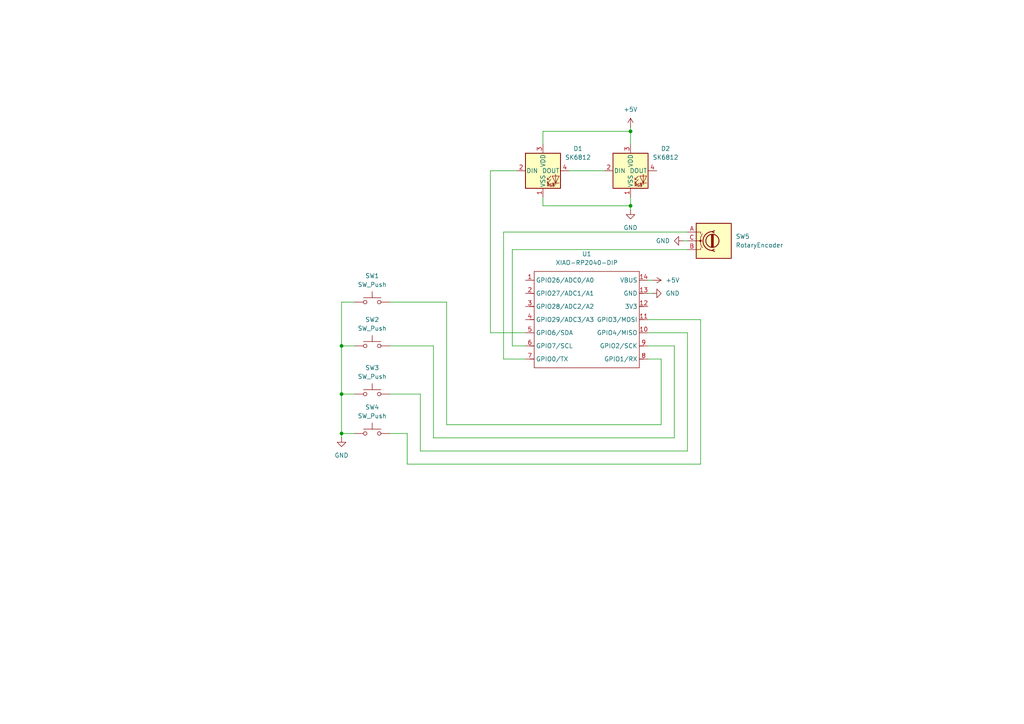
<source format=kicad_sch>
(kicad_sch
	(version 20250114)
	(generator "eeschema")
	(generator_version "9.0")
	(uuid "5005b5cc-8067-44c4-8331-0ea26270c2ac")
	(paper "A4")
	(lib_symbols
		(symbol "Device:RotaryEncoder"
			(pin_names
				(offset 0.254)
				(hide yes)
			)
			(exclude_from_sim no)
			(in_bom yes)
			(on_board yes)
			(property "Reference" "SW"
				(at 0 6.604 0)
				(effects
					(font
						(size 1.27 1.27)
					)
				)
			)
			(property "Value" "RotaryEncoder"
				(at 0 -6.604 0)
				(effects
					(font
						(size 1.27 1.27)
					)
				)
			)
			(property "Footprint" ""
				(at -3.81 4.064 0)
				(effects
					(font
						(size 1.27 1.27)
					)
					(hide yes)
				)
			)
			(property "Datasheet" "~"
				(at 0 6.604 0)
				(effects
					(font
						(size 1.27 1.27)
					)
					(hide yes)
				)
			)
			(property "Description" "Rotary encoder, dual channel, incremental quadrate outputs"
				(at 0 0 0)
				(effects
					(font
						(size 1.27 1.27)
					)
					(hide yes)
				)
			)
			(property "ki_keywords" "rotary switch encoder"
				(at 0 0 0)
				(effects
					(font
						(size 1.27 1.27)
					)
					(hide yes)
				)
			)
			(property "ki_fp_filters" "RotaryEncoder*"
				(at 0 0 0)
				(effects
					(font
						(size 1.27 1.27)
					)
					(hide yes)
				)
			)
			(symbol "RotaryEncoder_0_1"
				(rectangle
					(start -5.08 5.08)
					(end 5.08 -5.08)
					(stroke
						(width 0.254)
						(type default)
					)
					(fill
						(type background)
					)
				)
				(polyline
					(pts
						(xy -5.08 2.54) (xy -3.81 2.54) (xy -3.81 2.032)
					)
					(stroke
						(width 0)
						(type default)
					)
					(fill
						(type none)
					)
				)
				(polyline
					(pts
						(xy -5.08 0) (xy -3.81 0) (xy -3.81 -1.016) (xy -3.302 -2.032)
					)
					(stroke
						(width 0)
						(type default)
					)
					(fill
						(type none)
					)
				)
				(polyline
					(pts
						(xy -5.08 -2.54) (xy -3.81 -2.54) (xy -3.81 -2.032)
					)
					(stroke
						(width 0)
						(type default)
					)
					(fill
						(type none)
					)
				)
				(polyline
					(pts
						(xy -4.318 0) (xy -3.81 0) (xy -3.81 1.016) (xy -3.302 2.032)
					)
					(stroke
						(width 0)
						(type default)
					)
					(fill
						(type none)
					)
				)
				(circle
					(center -3.81 0)
					(radius 0.254)
					(stroke
						(width 0)
						(type default)
					)
					(fill
						(type outline)
					)
				)
				(polyline
					(pts
						(xy -0.635 -1.778) (xy -0.635 1.778)
					)
					(stroke
						(width 0.254)
						(type default)
					)
					(fill
						(type none)
					)
				)
				(circle
					(center -0.381 0)
					(radius 1.905)
					(stroke
						(width 0.254)
						(type default)
					)
					(fill
						(type none)
					)
				)
				(polyline
					(pts
						(xy -0.381 -1.778) (xy -0.381 1.778)
					)
					(stroke
						(width 0.254)
						(type default)
					)
					(fill
						(type none)
					)
				)
				(arc
					(start -0.381 -2.794)
					(mid -3.0988 -0.0635)
					(end -0.381 2.667)
					(stroke
						(width 0.254)
						(type default)
					)
					(fill
						(type none)
					)
				)
				(polyline
					(pts
						(xy -0.127 1.778) (xy -0.127 -1.778)
					)
					(stroke
						(width 0.254)
						(type default)
					)
					(fill
						(type none)
					)
				)
				(polyline
					(pts
						(xy 0.254 2.921) (xy -0.508 2.667) (xy 0.127 2.286)
					)
					(stroke
						(width 0.254)
						(type default)
					)
					(fill
						(type none)
					)
				)
				(polyline
					(pts
						(xy 0.254 -3.048) (xy -0.508 -2.794) (xy 0.127 -2.413)
					)
					(stroke
						(width 0.254)
						(type default)
					)
					(fill
						(type none)
					)
				)
			)
			(symbol "RotaryEncoder_1_1"
				(pin passive line
					(at -7.62 2.54 0)
					(length 2.54)
					(name "A"
						(effects
							(font
								(size 1.27 1.27)
							)
						)
					)
					(number "A"
						(effects
							(font
								(size 1.27 1.27)
							)
						)
					)
				)
				(pin passive line
					(at -7.62 0 0)
					(length 2.54)
					(name "C"
						(effects
							(font
								(size 1.27 1.27)
							)
						)
					)
					(number "C"
						(effects
							(font
								(size 1.27 1.27)
							)
						)
					)
				)
				(pin passive line
					(at -7.62 -2.54 0)
					(length 2.54)
					(name "B"
						(effects
							(font
								(size 1.27 1.27)
							)
						)
					)
					(number "B"
						(effects
							(font
								(size 1.27 1.27)
							)
						)
					)
				)
			)
			(embedded_fonts no)
		)
		(symbol "LED:SK6812"
			(pin_names
				(offset 0.254)
			)
			(exclude_from_sim no)
			(in_bom yes)
			(on_board yes)
			(property "Reference" "D"
				(at 5.08 5.715 0)
				(effects
					(font
						(size 1.27 1.27)
					)
					(justify right bottom)
				)
			)
			(property "Value" "SK6812"
				(at 1.27 -5.715 0)
				(effects
					(font
						(size 1.27 1.27)
					)
					(justify left top)
				)
			)
			(property "Footprint" "LED_SMD:LED_SK6812_PLCC4_5.0x5.0mm_P3.2mm"
				(at 1.27 -7.62 0)
				(effects
					(font
						(size 1.27 1.27)
					)
					(justify left top)
					(hide yes)
				)
			)
			(property "Datasheet" "https://cdn-shop.adafruit.com/product-files/1138/SK6812+LED+datasheet+.pdf"
				(at 2.54 -9.525 0)
				(effects
					(font
						(size 1.27 1.27)
					)
					(justify left top)
					(hide yes)
				)
			)
			(property "Description" "RGB LED with integrated controller"
				(at 0 0 0)
				(effects
					(font
						(size 1.27 1.27)
					)
					(hide yes)
				)
			)
			(property "ki_keywords" "RGB LED NeoPixel addressable"
				(at 0 0 0)
				(effects
					(font
						(size 1.27 1.27)
					)
					(hide yes)
				)
			)
			(property "ki_fp_filters" "LED*SK6812*PLCC*5.0x5.0mm*P3.2mm*"
				(at 0 0 0)
				(effects
					(font
						(size 1.27 1.27)
					)
					(hide yes)
				)
			)
			(symbol "SK6812_0_0"
				(text "RGB"
					(at 2.286 -4.191 0)
					(effects
						(font
							(size 0.762 0.762)
						)
					)
				)
			)
			(symbol "SK6812_0_1"
				(polyline
					(pts
						(xy 1.27 -2.54) (xy 1.778 -2.54)
					)
					(stroke
						(width 0)
						(type default)
					)
					(fill
						(type none)
					)
				)
				(polyline
					(pts
						(xy 1.27 -3.556) (xy 1.778 -3.556)
					)
					(stroke
						(width 0)
						(type default)
					)
					(fill
						(type none)
					)
				)
				(polyline
					(pts
						(xy 2.286 -1.524) (xy 1.27 -2.54) (xy 1.27 -2.032)
					)
					(stroke
						(width 0)
						(type default)
					)
					(fill
						(type none)
					)
				)
				(polyline
					(pts
						(xy 2.286 -2.54) (xy 1.27 -3.556) (xy 1.27 -3.048)
					)
					(stroke
						(width 0)
						(type default)
					)
					(fill
						(type none)
					)
				)
				(polyline
					(pts
						(xy 3.683 -1.016) (xy 3.683 -3.556) (xy 3.683 -4.064)
					)
					(stroke
						(width 0)
						(type default)
					)
					(fill
						(type none)
					)
				)
				(polyline
					(pts
						(xy 4.699 -1.524) (xy 2.667 -1.524) (xy 3.683 -3.556) (xy 4.699 -1.524)
					)
					(stroke
						(width 0)
						(type default)
					)
					(fill
						(type none)
					)
				)
				(polyline
					(pts
						(xy 4.699 -3.556) (xy 2.667 -3.556)
					)
					(stroke
						(width 0)
						(type default)
					)
					(fill
						(type none)
					)
				)
				(rectangle
					(start 5.08 5.08)
					(end -5.08 -5.08)
					(stroke
						(width 0.254)
						(type default)
					)
					(fill
						(type background)
					)
				)
			)
			(symbol "SK6812_1_1"
				(pin input line
					(at -7.62 0 0)
					(length 2.54)
					(name "DIN"
						(effects
							(font
								(size 1.27 1.27)
							)
						)
					)
					(number "2"
						(effects
							(font
								(size 1.27 1.27)
							)
						)
					)
				)
				(pin power_in line
					(at 0 7.62 270)
					(length 2.54)
					(name "VDD"
						(effects
							(font
								(size 1.27 1.27)
							)
						)
					)
					(number "3"
						(effects
							(font
								(size 1.27 1.27)
							)
						)
					)
				)
				(pin power_in line
					(at 0 -7.62 90)
					(length 2.54)
					(name "VSS"
						(effects
							(font
								(size 1.27 1.27)
							)
						)
					)
					(number "1"
						(effects
							(font
								(size 1.27 1.27)
							)
						)
					)
				)
				(pin output line
					(at 7.62 0 180)
					(length 2.54)
					(name "DOUT"
						(effects
							(font
								(size 1.27 1.27)
							)
						)
					)
					(number "4"
						(effects
							(font
								(size 1.27 1.27)
							)
						)
					)
				)
			)
			(embedded_fonts no)
		)
		(symbol "Seeed_Studio_XIAO_Series:XIAO-RP2040-DIP"
			(exclude_from_sim no)
			(in_bom yes)
			(on_board yes)
			(property "Reference" "U"
				(at 0 0 0)
				(effects
					(font
						(size 1.27 1.27)
					)
				)
			)
			(property "Value" "XIAO-RP2040-DIP"
				(at 5.334 -1.778 0)
				(effects
					(font
						(size 1.27 1.27)
					)
				)
			)
			(property "Footprint" "Module:MOUDLE14P-XIAO-DIP-SMD"
				(at 14.478 -32.258 0)
				(effects
					(font
						(size 1.27 1.27)
					)
					(hide yes)
				)
			)
			(property "Datasheet" ""
				(at 0 0 0)
				(effects
					(font
						(size 1.27 1.27)
					)
					(hide yes)
				)
			)
			(property "Description" ""
				(at 0 0 0)
				(effects
					(font
						(size 1.27 1.27)
					)
					(hide yes)
				)
			)
			(symbol "XIAO-RP2040-DIP_1_0"
				(polyline
					(pts
						(xy -1.27 -2.54) (xy 29.21 -2.54)
					)
					(stroke
						(width 0.1524)
						(type solid)
					)
					(fill
						(type none)
					)
				)
				(polyline
					(pts
						(xy -1.27 -5.08) (xy -2.54 -5.08)
					)
					(stroke
						(width 0.1524)
						(type solid)
					)
					(fill
						(type none)
					)
				)
				(polyline
					(pts
						(xy -1.27 -5.08) (xy -1.27 -2.54)
					)
					(stroke
						(width 0.1524)
						(type solid)
					)
					(fill
						(type none)
					)
				)
				(polyline
					(pts
						(xy -1.27 -8.89) (xy -2.54 -8.89)
					)
					(stroke
						(width 0.1524)
						(type solid)
					)
					(fill
						(type none)
					)
				)
				(polyline
					(pts
						(xy -1.27 -8.89) (xy -1.27 -5.08)
					)
					(stroke
						(width 0.1524)
						(type solid)
					)
					(fill
						(type none)
					)
				)
				(polyline
					(pts
						(xy -1.27 -12.7) (xy -2.54 -12.7)
					)
					(stroke
						(width 0.1524)
						(type solid)
					)
					(fill
						(type none)
					)
				)
				(polyline
					(pts
						(xy -1.27 -12.7) (xy -1.27 -8.89)
					)
					(stroke
						(width 0.1524)
						(type solid)
					)
					(fill
						(type none)
					)
				)
				(polyline
					(pts
						(xy -1.27 -16.51) (xy -2.54 -16.51)
					)
					(stroke
						(width 0.1524)
						(type solid)
					)
					(fill
						(type none)
					)
				)
				(polyline
					(pts
						(xy -1.27 -16.51) (xy -1.27 -12.7)
					)
					(stroke
						(width 0.1524)
						(type solid)
					)
					(fill
						(type none)
					)
				)
				(polyline
					(pts
						(xy -1.27 -20.32) (xy -2.54 -20.32)
					)
					(stroke
						(width 0.1524)
						(type solid)
					)
					(fill
						(type none)
					)
				)
				(polyline
					(pts
						(xy -1.27 -24.13) (xy -2.54 -24.13)
					)
					(stroke
						(width 0.1524)
						(type solid)
					)
					(fill
						(type none)
					)
				)
				(polyline
					(pts
						(xy -1.27 -27.94) (xy -2.54 -27.94)
					)
					(stroke
						(width 0.1524)
						(type solid)
					)
					(fill
						(type none)
					)
				)
				(polyline
					(pts
						(xy -1.27 -30.48) (xy -1.27 -16.51)
					)
					(stroke
						(width 0.1524)
						(type solid)
					)
					(fill
						(type none)
					)
				)
				(polyline
					(pts
						(xy 29.21 -2.54) (xy 29.21 -5.08)
					)
					(stroke
						(width 0.1524)
						(type solid)
					)
					(fill
						(type none)
					)
				)
				(polyline
					(pts
						(xy 29.21 -5.08) (xy 29.21 -8.89)
					)
					(stroke
						(width 0.1524)
						(type solid)
					)
					(fill
						(type none)
					)
				)
				(polyline
					(pts
						(xy 29.21 -8.89) (xy 29.21 -12.7)
					)
					(stroke
						(width 0.1524)
						(type solid)
					)
					(fill
						(type none)
					)
				)
				(polyline
					(pts
						(xy 29.21 -12.7) (xy 29.21 -30.48)
					)
					(stroke
						(width 0.1524)
						(type solid)
					)
					(fill
						(type none)
					)
				)
				(polyline
					(pts
						(xy 29.21 -30.48) (xy -1.27 -30.48)
					)
					(stroke
						(width 0.1524)
						(type solid)
					)
					(fill
						(type none)
					)
				)
				(polyline
					(pts
						(xy 30.48 -5.08) (xy 29.21 -5.08)
					)
					(stroke
						(width 0.1524)
						(type solid)
					)
					(fill
						(type none)
					)
				)
				(polyline
					(pts
						(xy 30.48 -8.89) (xy 29.21 -8.89)
					)
					(stroke
						(width 0.1524)
						(type solid)
					)
					(fill
						(type none)
					)
				)
				(polyline
					(pts
						(xy 30.48 -12.7) (xy 29.21 -12.7)
					)
					(stroke
						(width 0.1524)
						(type solid)
					)
					(fill
						(type none)
					)
				)
				(polyline
					(pts
						(xy 30.48 -16.51) (xy 29.21 -16.51)
					)
					(stroke
						(width 0.1524)
						(type solid)
					)
					(fill
						(type none)
					)
				)
				(polyline
					(pts
						(xy 30.48 -20.32) (xy 29.21 -20.32)
					)
					(stroke
						(width 0.1524)
						(type solid)
					)
					(fill
						(type none)
					)
				)
				(polyline
					(pts
						(xy 30.48 -24.13) (xy 29.21 -24.13)
					)
					(stroke
						(width 0.1524)
						(type solid)
					)
					(fill
						(type none)
					)
				)
				(polyline
					(pts
						(xy 30.48 -27.94) (xy 29.21 -27.94)
					)
					(stroke
						(width 0.1524)
						(type solid)
					)
					(fill
						(type none)
					)
				)
				(pin passive line
					(at -3.81 -5.08 0)
					(length 2.54)
					(name "GPIO26/ADC0/A0"
						(effects
							(font
								(size 1.27 1.27)
							)
						)
					)
					(number "1"
						(effects
							(font
								(size 1.27 1.27)
							)
						)
					)
				)
				(pin passive line
					(at -3.81 -8.89 0)
					(length 2.54)
					(name "GPIO27/ADC1/A1"
						(effects
							(font
								(size 1.27 1.27)
							)
						)
					)
					(number "2"
						(effects
							(font
								(size 1.27 1.27)
							)
						)
					)
				)
				(pin passive line
					(at -3.81 -12.7 0)
					(length 2.54)
					(name "GPIO28/ADC2/A2"
						(effects
							(font
								(size 1.27 1.27)
							)
						)
					)
					(number "3"
						(effects
							(font
								(size 1.27 1.27)
							)
						)
					)
				)
				(pin passive line
					(at -3.81 -16.51 0)
					(length 2.54)
					(name "GPIO29/ADC3/A3"
						(effects
							(font
								(size 1.27 1.27)
							)
						)
					)
					(number "4"
						(effects
							(font
								(size 1.27 1.27)
							)
						)
					)
				)
				(pin passive line
					(at -3.81 -20.32 0)
					(length 2.54)
					(name "GPIO6/SDA"
						(effects
							(font
								(size 1.27 1.27)
							)
						)
					)
					(number "5"
						(effects
							(font
								(size 1.27 1.27)
							)
						)
					)
				)
				(pin passive line
					(at -3.81 -24.13 0)
					(length 2.54)
					(name "GPIO7/SCL"
						(effects
							(font
								(size 1.27 1.27)
							)
						)
					)
					(number "6"
						(effects
							(font
								(size 1.27 1.27)
							)
						)
					)
				)
				(pin passive line
					(at -3.81 -27.94 0)
					(length 2.54)
					(name "GPIO0/TX"
						(effects
							(font
								(size 1.27 1.27)
							)
						)
					)
					(number "7"
						(effects
							(font
								(size 1.27 1.27)
							)
						)
					)
				)
				(pin passive line
					(at 31.75 -5.08 180)
					(length 2.54)
					(name "VBUS"
						(effects
							(font
								(size 1.27 1.27)
							)
						)
					)
					(number "14"
						(effects
							(font
								(size 1.27 1.27)
							)
						)
					)
				)
				(pin passive line
					(at 31.75 -8.89 180)
					(length 2.54)
					(name "GND"
						(effects
							(font
								(size 1.27 1.27)
							)
						)
					)
					(number "13"
						(effects
							(font
								(size 1.27 1.27)
							)
						)
					)
				)
				(pin passive line
					(at 31.75 -12.7 180)
					(length 2.54)
					(name "3V3"
						(effects
							(font
								(size 1.27 1.27)
							)
						)
					)
					(number "12"
						(effects
							(font
								(size 1.27 1.27)
							)
						)
					)
				)
				(pin passive line
					(at 31.75 -16.51 180)
					(length 2.54)
					(name "GPIO3/MOSI"
						(effects
							(font
								(size 1.27 1.27)
							)
						)
					)
					(number "11"
						(effects
							(font
								(size 1.27 1.27)
							)
						)
					)
				)
				(pin passive line
					(at 31.75 -20.32 180)
					(length 2.54)
					(name "GPIO4/MISO"
						(effects
							(font
								(size 1.27 1.27)
							)
						)
					)
					(number "10"
						(effects
							(font
								(size 1.27 1.27)
							)
						)
					)
				)
				(pin passive line
					(at 31.75 -24.13 180)
					(length 2.54)
					(name "GPIO2/SCK"
						(effects
							(font
								(size 1.27 1.27)
							)
						)
					)
					(number "9"
						(effects
							(font
								(size 1.27 1.27)
							)
						)
					)
				)
				(pin passive line
					(at 31.75 -27.94 180)
					(length 2.54)
					(name "GPIO1/RX"
						(effects
							(font
								(size 1.27 1.27)
							)
						)
					)
					(number "8"
						(effects
							(font
								(size 1.27 1.27)
							)
						)
					)
				)
			)
			(embedded_fonts no)
		)
		(symbol "Switch:SW_Push"
			(pin_numbers
				(hide yes)
			)
			(pin_names
				(offset 1.016)
				(hide yes)
			)
			(exclude_from_sim no)
			(in_bom yes)
			(on_board yes)
			(property "Reference" "SW"
				(at 1.27 2.54 0)
				(effects
					(font
						(size 1.27 1.27)
					)
					(justify left)
				)
			)
			(property "Value" "SW_Push"
				(at 0 -1.524 0)
				(effects
					(font
						(size 1.27 1.27)
					)
				)
			)
			(property "Footprint" ""
				(at 0 5.08 0)
				(effects
					(font
						(size 1.27 1.27)
					)
					(hide yes)
				)
			)
			(property "Datasheet" "~"
				(at 0 5.08 0)
				(effects
					(font
						(size 1.27 1.27)
					)
					(hide yes)
				)
			)
			(property "Description" "Push button switch, generic, two pins"
				(at 0 0 0)
				(effects
					(font
						(size 1.27 1.27)
					)
					(hide yes)
				)
			)
			(property "ki_keywords" "switch normally-open pushbutton push-button"
				(at 0 0 0)
				(effects
					(font
						(size 1.27 1.27)
					)
					(hide yes)
				)
			)
			(symbol "SW_Push_0_1"
				(circle
					(center -2.032 0)
					(radius 0.508)
					(stroke
						(width 0)
						(type default)
					)
					(fill
						(type none)
					)
				)
				(polyline
					(pts
						(xy 0 1.27) (xy 0 3.048)
					)
					(stroke
						(width 0)
						(type default)
					)
					(fill
						(type none)
					)
				)
				(circle
					(center 2.032 0)
					(radius 0.508)
					(stroke
						(width 0)
						(type default)
					)
					(fill
						(type none)
					)
				)
				(polyline
					(pts
						(xy 2.54 1.27) (xy -2.54 1.27)
					)
					(stroke
						(width 0)
						(type default)
					)
					(fill
						(type none)
					)
				)
				(pin passive line
					(at -5.08 0 0)
					(length 2.54)
					(name "1"
						(effects
							(font
								(size 1.27 1.27)
							)
						)
					)
					(number "1"
						(effects
							(font
								(size 1.27 1.27)
							)
						)
					)
				)
				(pin passive line
					(at 5.08 0 180)
					(length 2.54)
					(name "2"
						(effects
							(font
								(size 1.27 1.27)
							)
						)
					)
					(number "2"
						(effects
							(font
								(size 1.27 1.27)
							)
						)
					)
				)
			)
			(embedded_fonts no)
		)
		(symbol "power:+5V"
			(power)
			(pin_numbers
				(hide yes)
			)
			(pin_names
				(offset 0)
				(hide yes)
			)
			(exclude_from_sim no)
			(in_bom yes)
			(on_board yes)
			(property "Reference" "#PWR"
				(at 0 -3.81 0)
				(effects
					(font
						(size 1.27 1.27)
					)
					(hide yes)
				)
			)
			(property "Value" "+5V"
				(at 0 3.556 0)
				(effects
					(font
						(size 1.27 1.27)
					)
				)
			)
			(property "Footprint" ""
				(at 0 0 0)
				(effects
					(font
						(size 1.27 1.27)
					)
					(hide yes)
				)
			)
			(property "Datasheet" ""
				(at 0 0 0)
				(effects
					(font
						(size 1.27 1.27)
					)
					(hide yes)
				)
			)
			(property "Description" "Power symbol creates a global label with name \"+5V\""
				(at 0 0 0)
				(effects
					(font
						(size 1.27 1.27)
					)
					(hide yes)
				)
			)
			(property "ki_keywords" "global power"
				(at 0 0 0)
				(effects
					(font
						(size 1.27 1.27)
					)
					(hide yes)
				)
			)
			(symbol "+5V_0_1"
				(polyline
					(pts
						(xy -0.762 1.27) (xy 0 2.54)
					)
					(stroke
						(width 0)
						(type default)
					)
					(fill
						(type none)
					)
				)
				(polyline
					(pts
						(xy 0 2.54) (xy 0.762 1.27)
					)
					(stroke
						(width 0)
						(type default)
					)
					(fill
						(type none)
					)
				)
				(polyline
					(pts
						(xy 0 0) (xy 0 2.54)
					)
					(stroke
						(width 0)
						(type default)
					)
					(fill
						(type none)
					)
				)
			)
			(symbol "+5V_1_1"
				(pin power_in line
					(at 0 0 90)
					(length 0)
					(name "~"
						(effects
							(font
								(size 1.27 1.27)
							)
						)
					)
					(number "1"
						(effects
							(font
								(size 1.27 1.27)
							)
						)
					)
				)
			)
			(embedded_fonts no)
		)
		(symbol "power:GND"
			(power)
			(pin_numbers
				(hide yes)
			)
			(pin_names
				(offset 0)
				(hide yes)
			)
			(exclude_from_sim no)
			(in_bom yes)
			(on_board yes)
			(property "Reference" "#PWR"
				(at 0 -6.35 0)
				(effects
					(font
						(size 1.27 1.27)
					)
					(hide yes)
				)
			)
			(property "Value" "GND"
				(at 0 -3.81 0)
				(effects
					(font
						(size 1.27 1.27)
					)
				)
			)
			(property "Footprint" ""
				(at 0 0 0)
				(effects
					(font
						(size 1.27 1.27)
					)
					(hide yes)
				)
			)
			(property "Datasheet" ""
				(at 0 0 0)
				(effects
					(font
						(size 1.27 1.27)
					)
					(hide yes)
				)
			)
			(property "Description" "Power symbol creates a global label with name \"GND\" , ground"
				(at 0 0 0)
				(effects
					(font
						(size 1.27 1.27)
					)
					(hide yes)
				)
			)
			(property "ki_keywords" "global power"
				(at 0 0 0)
				(effects
					(font
						(size 1.27 1.27)
					)
					(hide yes)
				)
			)
			(symbol "GND_0_1"
				(polyline
					(pts
						(xy 0 0) (xy 0 -1.27) (xy 1.27 -1.27) (xy 0 -2.54) (xy -1.27 -1.27) (xy 0 -1.27)
					)
					(stroke
						(width 0)
						(type default)
					)
					(fill
						(type none)
					)
				)
			)
			(symbol "GND_1_1"
				(pin power_in line
					(at 0 0 270)
					(length 0)
					(name "~"
						(effects
							(font
								(size 1.27 1.27)
							)
						)
					)
					(number "1"
						(effects
							(font
								(size 1.27 1.27)
							)
						)
					)
				)
			)
			(embedded_fonts no)
		)
	)
	(junction
		(at 99.06 100.33)
		(diameter 0)
		(color 0 0 0 0)
		(uuid "6094cf83-2671-4def-a630-e04770ac90c7")
	)
	(junction
		(at 99.06 125.73)
		(diameter 0)
		(color 0 0 0 0)
		(uuid "6b70d8e2-4115-4a7b-8189-660341254c10")
	)
	(junction
		(at 182.88 38.1)
		(diameter 0)
		(color 0 0 0 0)
		(uuid "7964e9db-b346-4dca-96a9-e820afc30daa")
	)
	(junction
		(at 182.88 59.69)
		(diameter 0)
		(color 0 0 0 0)
		(uuid "828efeb7-d17c-4594-8a99-6c3c6911ac16")
	)
	(junction
		(at 99.06 114.3)
		(diameter 0)
		(color 0 0 0 0)
		(uuid "a087f7b5-67fd-4681-b414-2f2dd4c0fdf2")
	)
	(wire
		(pts
			(xy 157.48 38.1) (xy 182.88 38.1)
		)
		(stroke
			(width 0)
			(type default)
		)
		(uuid "07fc12af-2f90-49c0-8478-a87980e87f6e")
	)
	(wire
		(pts
			(xy 121.92 130.81) (xy 199.39 130.81)
		)
		(stroke
			(width 0)
			(type default)
		)
		(uuid "0954880a-1b3a-4c99-a7f8-3120aa49472a")
	)
	(wire
		(pts
			(xy 165.1 49.53) (xy 175.26 49.53)
		)
		(stroke
			(width 0)
			(type default)
		)
		(uuid "0aaa89a8-cc41-44cc-958d-7bb5d563db95")
	)
	(wire
		(pts
			(xy 191.77 123.19) (xy 191.77 104.14)
		)
		(stroke
			(width 0)
			(type default)
		)
		(uuid "102717b2-e93d-443a-bbd2-fb8f051ffe63")
	)
	(wire
		(pts
			(xy 199.39 130.81) (xy 199.39 96.52)
		)
		(stroke
			(width 0)
			(type default)
		)
		(uuid "1cbcc398-eaa4-46aa-83f5-52bc8dddab37")
	)
	(wire
		(pts
			(xy 118.11 125.73) (xy 113.03 125.73)
		)
		(stroke
			(width 0)
			(type default)
		)
		(uuid "1f145278-f7d4-4bdb-bf33-ee85be168c5d")
	)
	(wire
		(pts
			(xy 189.23 81.28) (xy 187.96 81.28)
		)
		(stroke
			(width 0)
			(type default)
		)
		(uuid "2413eb36-1682-45de-a9ad-e80225502c34")
	)
	(wire
		(pts
			(xy 125.73 100.33) (xy 125.73 127)
		)
		(stroke
			(width 0)
			(type default)
		)
		(uuid "26f15652-0c7d-49a1-aeab-cae4277c895f")
	)
	(wire
		(pts
			(xy 182.88 59.69) (xy 157.48 59.69)
		)
		(stroke
			(width 0)
			(type default)
		)
		(uuid "2e5c2b08-4c4a-4e3c-8543-8ac03d6dfbdb")
	)
	(wire
		(pts
			(xy 118.11 134.62) (xy 203.2 134.62)
		)
		(stroke
			(width 0)
			(type default)
		)
		(uuid "2f6ac16e-7e5b-4801-90ab-5bc425c9c0ff")
	)
	(wire
		(pts
			(xy 121.92 114.3) (xy 121.92 130.81)
		)
		(stroke
			(width 0)
			(type default)
		)
		(uuid "2f9e7c4a-ab4f-4fcc-923b-c595c9d9e679")
	)
	(wire
		(pts
			(xy 142.24 49.53) (xy 149.86 49.53)
		)
		(stroke
			(width 0)
			(type default)
		)
		(uuid "3e209349-63c2-41a6-8c14-6a9d13c79eb1")
	)
	(wire
		(pts
			(xy 148.59 100.33) (xy 152.4 100.33)
		)
		(stroke
			(width 0)
			(type default)
		)
		(uuid "3e83e497-5783-4f4a-a0c1-4835097b02bc")
	)
	(wire
		(pts
			(xy 182.88 38.1) (xy 182.88 41.91)
		)
		(stroke
			(width 0)
			(type default)
		)
		(uuid "50944413-bdf2-4ab9-bd67-af63bff1d40e")
	)
	(wire
		(pts
			(xy 99.06 114.3) (xy 102.87 114.3)
		)
		(stroke
			(width 0)
			(type default)
		)
		(uuid "55461035-4a48-47c8-855a-503bb4ccb107")
	)
	(wire
		(pts
			(xy 199.39 72.39) (xy 148.59 72.39)
		)
		(stroke
			(width 0)
			(type default)
		)
		(uuid "5cfbaeaf-c1ef-4f6c-a0a7-1546ca97fe8b")
	)
	(wire
		(pts
			(xy 146.05 67.31) (xy 146.05 104.14)
		)
		(stroke
			(width 0)
			(type default)
		)
		(uuid "5e72ea45-5051-452a-8a6d-7c22ae5dec35")
	)
	(wire
		(pts
			(xy 125.73 127) (xy 195.58 127)
		)
		(stroke
			(width 0)
			(type default)
		)
		(uuid "5f0db0e9-3d7e-42f5-b3da-b291755e3770")
	)
	(wire
		(pts
			(xy 118.11 125.73) (xy 118.11 134.62)
		)
		(stroke
			(width 0)
			(type default)
		)
		(uuid "613cec6e-3d2e-49ae-8ed1-9250d2e79405")
	)
	(wire
		(pts
			(xy 99.06 114.3) (xy 99.06 100.33)
		)
		(stroke
			(width 0)
			(type default)
		)
		(uuid "649d70d2-7d6c-4da5-b0cc-5c7ee10d6615")
	)
	(wire
		(pts
			(xy 146.05 104.14) (xy 152.4 104.14)
		)
		(stroke
			(width 0)
			(type default)
		)
		(uuid "6c9b70ec-7b47-4975-baba-454716399f50")
	)
	(wire
		(pts
			(xy 99.06 87.63) (xy 102.87 87.63)
		)
		(stroke
			(width 0)
			(type default)
		)
		(uuid "8630532d-09d8-4c42-bedf-329ded92d029")
	)
	(wire
		(pts
			(xy 157.48 59.69) (xy 157.48 57.15)
		)
		(stroke
			(width 0)
			(type default)
		)
		(uuid "8ace6e49-b409-4555-9365-87612b5fdd2f")
	)
	(wire
		(pts
			(xy 187.96 92.71) (xy 203.2 92.71)
		)
		(stroke
			(width 0)
			(type default)
		)
		(uuid "8b3dd716-37ca-4707-afc7-399e653e6c06")
	)
	(wire
		(pts
			(xy 113.03 100.33) (xy 125.73 100.33)
		)
		(stroke
			(width 0)
			(type default)
		)
		(uuid "8f8f671f-8fcb-4338-ac03-14e22e682bdf")
	)
	(wire
		(pts
			(xy 191.77 104.14) (xy 187.96 104.14)
		)
		(stroke
			(width 0)
			(type default)
		)
		(uuid "97be4c02-4c0e-43d1-978c-98527488c841")
	)
	(wire
		(pts
			(xy 148.59 72.39) (xy 148.59 100.33)
		)
		(stroke
			(width 0)
			(type default)
		)
		(uuid "9a3b920c-9b4c-4612-837c-46f685f6c820")
	)
	(wire
		(pts
			(xy 198.12 69.85) (xy 199.39 69.85)
		)
		(stroke
			(width 0)
			(type default)
		)
		(uuid "a51bd776-029c-4227-b53f-396bce6fbb0d")
	)
	(wire
		(pts
			(xy 99.06 114.3) (xy 99.06 125.73)
		)
		(stroke
			(width 0)
			(type default)
		)
		(uuid "ac3f74ff-6ea5-442f-83bf-231dcaf81cea")
	)
	(wire
		(pts
			(xy 195.58 127) (xy 195.58 100.33)
		)
		(stroke
			(width 0)
			(type default)
		)
		(uuid "ac8a5c36-ec20-479d-abc6-c95748a7c5f2")
	)
	(wire
		(pts
			(xy 102.87 125.73) (xy 99.06 125.73)
		)
		(stroke
			(width 0)
			(type default)
		)
		(uuid "ae386d98-6a54-4218-926d-f4f39806c45a")
	)
	(wire
		(pts
			(xy 182.88 60.96) (xy 182.88 59.69)
		)
		(stroke
			(width 0)
			(type default)
		)
		(uuid "b3738c30-9c16-4ed9-aa35-a71399779ee7")
	)
	(wire
		(pts
			(xy 182.88 36.83) (xy 182.88 38.1)
		)
		(stroke
			(width 0)
			(type default)
		)
		(uuid "bd9c9bdc-921f-4947-95fc-1087e4ccd0c8")
	)
	(wire
		(pts
			(xy 152.4 96.52) (xy 142.24 96.52)
		)
		(stroke
			(width 0)
			(type default)
		)
		(uuid "c736b5e1-0709-49f6-b60b-c18c9f451781")
	)
	(wire
		(pts
			(xy 99.06 127) (xy 99.06 125.73)
		)
		(stroke
			(width 0)
			(type default)
		)
		(uuid "cc21c005-8cd4-4c39-8306-4c599a0a9e9e")
	)
	(wire
		(pts
			(xy 129.54 123.19) (xy 191.77 123.19)
		)
		(stroke
			(width 0)
			(type default)
		)
		(uuid "cf6783fa-0a43-4fd8-930f-b21704e4d46d")
	)
	(wire
		(pts
			(xy 99.06 100.33) (xy 99.06 87.63)
		)
		(stroke
			(width 0)
			(type default)
		)
		(uuid "d0950aec-e114-4772-b98b-d71f2a738fc4")
	)
	(wire
		(pts
			(xy 199.39 96.52) (xy 187.96 96.52)
		)
		(stroke
			(width 0)
			(type default)
		)
		(uuid "d366cbbf-2233-4f24-b2fd-7f236df9955b")
	)
	(wire
		(pts
			(xy 129.54 87.63) (xy 129.54 123.19)
		)
		(stroke
			(width 0)
			(type default)
		)
		(uuid "d43f4156-219e-474f-8332-c992cb2045f1")
	)
	(wire
		(pts
			(xy 157.48 41.91) (xy 157.48 38.1)
		)
		(stroke
			(width 0)
			(type default)
		)
		(uuid "d53fe49b-ddaa-4898-be46-fc3b10e75990")
	)
	(wire
		(pts
			(xy 113.03 87.63) (xy 129.54 87.63)
		)
		(stroke
			(width 0)
			(type default)
		)
		(uuid "da53aed3-903a-4533-9a99-80e4b8e95822")
	)
	(wire
		(pts
			(xy 199.39 67.31) (xy 146.05 67.31)
		)
		(stroke
			(width 0)
			(type default)
		)
		(uuid "db5cea4b-adbc-4b05-ac86-bffaace1e86b")
	)
	(wire
		(pts
			(xy 195.58 100.33) (xy 187.96 100.33)
		)
		(stroke
			(width 0)
			(type default)
		)
		(uuid "dee6c135-f9df-490f-874f-e7c1c17786ab")
	)
	(wire
		(pts
			(xy 187.96 85.09) (xy 189.23 85.09)
		)
		(stroke
			(width 0)
			(type default)
		)
		(uuid "dfb74287-e18d-40cb-973b-1295df38b367")
	)
	(wire
		(pts
			(xy 142.24 96.52) (xy 142.24 49.53)
		)
		(stroke
			(width 0)
			(type default)
		)
		(uuid "eeaf6798-7735-4753-b0a7-8a11a4492066")
	)
	(wire
		(pts
			(xy 203.2 134.62) (xy 203.2 92.71)
		)
		(stroke
			(width 0)
			(type default)
		)
		(uuid "ef72c55f-072b-46de-bfb9-d14a73b1954d")
	)
	(wire
		(pts
			(xy 113.03 114.3) (xy 121.92 114.3)
		)
		(stroke
			(width 0)
			(type default)
		)
		(uuid "f00b3e2b-ef2a-4cac-b6a6-2c9bb282cab9")
	)
	(wire
		(pts
			(xy 99.06 100.33) (xy 102.87 100.33)
		)
		(stroke
			(width 0)
			(type default)
		)
		(uuid "f2145543-ac6b-4d51-8131-adb6bc42a03e")
	)
	(wire
		(pts
			(xy 182.88 57.15) (xy 182.88 59.69)
		)
		(stroke
			(width 0)
			(type default)
		)
		(uuid "f78923e0-da1d-4bd9-ac80-645d1d67003e")
	)
	(symbol
		(lib_id "power:GND")
		(at 182.88 60.96 0)
		(unit 1)
		(exclude_from_sim no)
		(in_bom yes)
		(on_board yes)
		(dnp no)
		(fields_autoplaced yes)
		(uuid "13f3df1e-6365-4ec9-9fbe-9bcf8b086bb1")
		(property "Reference" "#PWR04"
			(at 182.88 67.31 0)
			(effects
				(font
					(size 1.27 1.27)
				)
				(hide yes)
			)
		)
		(property "Value" "GND"
			(at 182.88 66.04 0)
			(effects
				(font
					(size 1.27 1.27)
				)
			)
		)
		(property "Footprint" ""
			(at 182.88 60.96 0)
			(effects
				(font
					(size 1.27 1.27)
				)
				(hide yes)
			)
		)
		(property "Datasheet" ""
			(at 182.88 60.96 0)
			(effects
				(font
					(size 1.27 1.27)
				)
				(hide yes)
			)
		)
		(property "Description" "Power symbol creates a global label with name \"GND\" , ground"
			(at 182.88 60.96 0)
			(effects
				(font
					(size 1.27 1.27)
				)
				(hide yes)
			)
		)
		(pin "1"
			(uuid "a9adf6ed-60a2-4ad0-b6e0-cff3639d18d3")
		)
		(instances
			(project ""
				(path "/5005b5cc-8067-44c4-8331-0ea26270c2ac"
					(reference "#PWR04")
					(unit 1)
				)
			)
		)
	)
	(symbol
		(lib_id "power:+5V")
		(at 182.88 36.83 0)
		(unit 1)
		(exclude_from_sim no)
		(in_bom yes)
		(on_board yes)
		(dnp no)
		(fields_autoplaced yes)
		(uuid "18bf93b3-a2dd-4601-9c0a-d36ef6f96c6f")
		(property "Reference" "#PWR05"
			(at 182.88 40.64 0)
			(effects
				(font
					(size 1.27 1.27)
				)
				(hide yes)
			)
		)
		(property "Value" "+5V"
			(at 182.88 31.75 0)
			(effects
				(font
					(size 1.27 1.27)
				)
			)
		)
		(property "Footprint" ""
			(at 182.88 36.83 0)
			(effects
				(font
					(size 1.27 1.27)
				)
				(hide yes)
			)
		)
		(property "Datasheet" ""
			(at 182.88 36.83 0)
			(effects
				(font
					(size 1.27 1.27)
				)
				(hide yes)
			)
		)
		(property "Description" "Power symbol creates a global label with name \"+5V\""
			(at 182.88 36.83 0)
			(effects
				(font
					(size 1.27 1.27)
				)
				(hide yes)
			)
		)
		(pin "1"
			(uuid "d5785741-5df0-4a9b-906b-3ecfc0ac53b2")
		)
		(instances
			(project ""
				(path "/5005b5cc-8067-44c4-8331-0ea26270c2ac"
					(reference "#PWR05")
					(unit 1)
				)
			)
		)
	)
	(symbol
		(lib_id "Device:RotaryEncoder")
		(at 207.01 69.85 0)
		(unit 1)
		(exclude_from_sim no)
		(in_bom yes)
		(on_board yes)
		(dnp no)
		(fields_autoplaced yes)
		(uuid "2694aedd-7467-4f5a-9287-bb2b6bdf0697")
		(property "Reference" "SW5"
			(at 213.36 68.5799 0)
			(effects
				(font
					(size 1.27 1.27)
				)
				(justify left)
			)
		)
		(property "Value" "RotaryEncoder"
			(at 213.36 71.1199 0)
			(effects
				(font
					(size 1.27 1.27)
				)
				(justify left)
			)
		)
		(property "Footprint" "Rotary_Encoder:RotaryEncoder_Alps_EC11E_Vertical_H20mm"
			(at 203.2 65.786 0)
			(effects
				(font
					(size 1.27 1.27)
				)
				(hide yes)
			)
		)
		(property "Datasheet" "~"
			(at 207.01 63.246 0)
			(effects
				(font
					(size 1.27 1.27)
				)
				(hide yes)
			)
		)
		(property "Description" "Rotary encoder, dual channel, incremental quadrate outputs"
			(at 207.01 69.85 0)
			(effects
				(font
					(size 1.27 1.27)
				)
				(hide yes)
			)
		)
		(pin "A"
			(uuid "603091aa-340c-4f98-91f4-b1372df7ff8e")
		)
		(pin "B"
			(uuid "6988d037-b39f-49ba-8a0b-8e345eef330c")
		)
		(pin "C"
			(uuid "85cca7e6-470c-4b0a-a6e1-4a9388a3adfa")
		)
		(instances
			(project ""
				(path "/5005b5cc-8067-44c4-8331-0ea26270c2ac"
					(reference "SW5")
					(unit 1)
				)
			)
		)
	)
	(symbol
		(lib_id "power:+5V")
		(at 189.23 81.28 270)
		(unit 1)
		(exclude_from_sim no)
		(in_bom yes)
		(on_board yes)
		(dnp no)
		(fields_autoplaced yes)
		(uuid "282233e0-a7d0-491d-ad0c-3642b55deb63")
		(property "Reference" "#PWR02"
			(at 185.42 81.28 0)
			(effects
				(font
					(size 1.27 1.27)
				)
				(hide yes)
			)
		)
		(property "Value" "+5V"
			(at 193.04 81.2799 90)
			(effects
				(font
					(size 1.27 1.27)
				)
				(justify left)
			)
		)
		(property "Footprint" ""
			(at 189.23 81.28 0)
			(effects
				(font
					(size 1.27 1.27)
				)
				(hide yes)
			)
		)
		(property "Datasheet" ""
			(at 189.23 81.28 0)
			(effects
				(font
					(size 1.27 1.27)
				)
				(hide yes)
			)
		)
		(property "Description" "Power symbol creates a global label with name \"+5V\""
			(at 189.23 81.28 0)
			(effects
				(font
					(size 1.27 1.27)
				)
				(hide yes)
			)
		)
		(pin "1"
			(uuid "d31f0a66-b55d-4b66-a982-e79e09d1f6e3")
		)
		(instances
			(project ""
				(path "/5005b5cc-8067-44c4-8331-0ea26270c2ac"
					(reference "#PWR02")
					(unit 1)
				)
			)
		)
	)
	(symbol
		(lib_id "Switch:SW_Push")
		(at 107.95 100.33 0)
		(unit 1)
		(exclude_from_sim no)
		(in_bom yes)
		(on_board yes)
		(dnp no)
		(fields_autoplaced yes)
		(uuid "2a6affc3-fef7-478d-833a-22692ebbb419")
		(property "Reference" "SW2"
			(at 107.95 92.71 0)
			(effects
				(font
					(size 1.27 1.27)
				)
			)
		)
		(property "Value" "SW_Push"
			(at 107.95 95.25 0)
			(effects
				(font
					(size 1.27 1.27)
				)
			)
		)
		(property "Footprint" "Button_Switch_Keyboard:SW_Cherry_MX_1.00u_PCB"
			(at 107.95 95.25 0)
			(effects
				(font
					(size 1.27 1.27)
				)
				(hide yes)
			)
		)
		(property "Datasheet" "~"
			(at 107.95 95.25 0)
			(effects
				(font
					(size 1.27 1.27)
				)
				(hide yes)
			)
		)
		(property "Description" "Push button switch, generic, two pins"
			(at 107.95 100.33 0)
			(effects
				(font
					(size 1.27 1.27)
				)
				(hide yes)
			)
		)
		(pin "1"
			(uuid "ffe98701-6c9d-47f6-8273-d94349d45262")
		)
		(pin "2"
			(uuid "d5fe15d1-a353-4f9e-a00f-5ef546c02597")
		)
		(instances
			(project ""
				(path "/5005b5cc-8067-44c4-8331-0ea26270c2ac"
					(reference "SW2")
					(unit 1)
				)
			)
		)
	)
	(symbol
		(lib_id "LED:SK6812")
		(at 182.88 49.53 0)
		(unit 1)
		(exclude_from_sim no)
		(in_bom yes)
		(on_board yes)
		(dnp no)
		(fields_autoplaced yes)
		(uuid "52757c6c-e4c5-43bf-8e43-0cc23fda8ea4")
		(property "Reference" "D2"
			(at 193.04 43.1098 0)
			(effects
				(font
					(size 1.27 1.27)
				)
			)
		)
		(property "Value" "SK6812"
			(at 193.04 45.6498 0)
			(effects
				(font
					(size 1.27 1.27)
				)
			)
		)
		(property "Footprint" "LED_SMD:LED_SK6812MINI_PLCC4_3.5x3.5mm_P1.75mm"
			(at 184.15 57.15 0)
			(effects
				(font
					(size 1.27 1.27)
				)
				(justify left top)
				(hide yes)
			)
		)
		(property "Datasheet" "https://cdn-shop.adafruit.com/product-files/1138/SK6812+LED+datasheet+.pdf"
			(at 185.42 59.055 0)
			(effects
				(font
					(size 1.27 1.27)
				)
				(justify left top)
				(hide yes)
			)
		)
		(property "Description" "RGB LED with integrated controller"
			(at 182.88 49.53 0)
			(effects
				(font
					(size 1.27 1.27)
				)
				(hide yes)
			)
		)
		(pin "1"
			(uuid "500132e9-127e-4f43-957b-59922d47a181")
		)
		(pin "3"
			(uuid "e0d9e193-ecde-4572-a695-becac65d5354")
		)
		(pin "2"
			(uuid "d482fd45-4d64-45d3-9330-3f9de5a45d08")
		)
		(pin "4"
			(uuid "12b4dd63-a9e4-424a-a57d-48f2f35c1627")
		)
		(instances
			(project ""
				(path "/5005b5cc-8067-44c4-8331-0ea26270c2ac"
					(reference "D2")
					(unit 1)
				)
			)
		)
	)
	(symbol
		(lib_id "power:GND")
		(at 189.23 85.09 90)
		(unit 1)
		(exclude_from_sim no)
		(in_bom yes)
		(on_board yes)
		(dnp no)
		(uuid "5a6039da-db22-4098-af1e-b32378cf7499")
		(property "Reference" "#PWR01"
			(at 195.58 85.09 0)
			(effects
				(font
					(size 1.27 1.27)
				)
				(hide yes)
			)
		)
		(property "Value" "GND"
			(at 193.04 85.0899 90)
			(effects
				(font
					(size 1.27 1.27)
				)
				(justify right)
			)
		)
		(property "Footprint" ""
			(at 189.23 85.09 0)
			(effects
				(font
					(size 1.27 1.27)
				)
				(hide yes)
			)
		)
		(property "Datasheet" ""
			(at 189.23 85.09 0)
			(effects
				(font
					(size 1.27 1.27)
				)
				(hide yes)
			)
		)
		(property "Description" "Power symbol creates a global label with name \"GND\" , ground"
			(at 189.23 85.09 0)
			(effects
				(font
					(size 1.27 1.27)
				)
				(hide yes)
			)
		)
		(pin "1"
			(uuid "34e9cabe-4d8c-444a-9869-6f2c702f1a32")
		)
		(instances
			(project ""
				(path "/5005b5cc-8067-44c4-8331-0ea26270c2ac"
					(reference "#PWR01")
					(unit 1)
				)
			)
		)
	)
	(symbol
		(lib_id "Switch:SW_Push")
		(at 107.95 125.73 0)
		(unit 1)
		(exclude_from_sim no)
		(in_bom yes)
		(on_board yes)
		(dnp no)
		(fields_autoplaced yes)
		(uuid "5d7f0687-4144-4245-a33f-77238cab8a13")
		(property "Reference" "SW4"
			(at 107.95 118.11 0)
			(effects
				(font
					(size 1.27 1.27)
				)
			)
		)
		(property "Value" "SW_Push"
			(at 107.95 120.65 0)
			(effects
				(font
					(size 1.27 1.27)
				)
			)
		)
		(property "Footprint" "Button_Switch_Keyboard:SW_Cherry_MX_1.00u_PCB"
			(at 107.95 120.65 0)
			(effects
				(font
					(size 1.27 1.27)
				)
				(hide yes)
			)
		)
		(property "Datasheet" "~"
			(at 107.95 120.65 0)
			(effects
				(font
					(size 1.27 1.27)
				)
				(hide yes)
			)
		)
		(property "Description" "Push button switch, generic, two pins"
			(at 107.95 125.73 0)
			(effects
				(font
					(size 1.27 1.27)
				)
				(hide yes)
			)
		)
		(pin "1"
			(uuid "95552e0c-043c-401e-819d-c9e3512f59fd")
		)
		(pin "2"
			(uuid "22111aec-c388-41d7-a208-2f95e06f9692")
		)
		(instances
			(project ""
				(path "/5005b5cc-8067-44c4-8331-0ea26270c2ac"
					(reference "SW4")
					(unit 1)
				)
			)
		)
	)
	(symbol
		(lib_id "power:GND")
		(at 99.06 127 0)
		(unit 1)
		(exclude_from_sim no)
		(in_bom yes)
		(on_board yes)
		(dnp no)
		(fields_autoplaced yes)
		(uuid "77cccc2c-05f9-4696-836e-077b9c2fb030")
		(property "Reference" "#PWR06"
			(at 99.06 133.35 0)
			(effects
				(font
					(size 1.27 1.27)
				)
				(hide yes)
			)
		)
		(property "Value" "GND"
			(at 99.06 132.08 0)
			(effects
				(font
					(size 1.27 1.27)
				)
			)
		)
		(property "Footprint" ""
			(at 99.06 127 0)
			(effects
				(font
					(size 1.27 1.27)
				)
				(hide yes)
			)
		)
		(property "Datasheet" ""
			(at 99.06 127 0)
			(effects
				(font
					(size 1.27 1.27)
				)
				(hide yes)
			)
		)
		(property "Description" "Power symbol creates a global label with name \"GND\" , ground"
			(at 99.06 127 0)
			(effects
				(font
					(size 1.27 1.27)
				)
				(hide yes)
			)
		)
		(pin "1"
			(uuid "228c6205-08a2-4189-9854-d550d1064c00")
		)
		(instances
			(project "Keyboard"
				(path "/5005b5cc-8067-44c4-8331-0ea26270c2ac"
					(reference "#PWR06")
					(unit 1)
				)
			)
		)
	)
	(symbol
		(lib_id "Seeed_Studio_XIAO_Series:XIAO-RP2040-DIP")
		(at 156.21 76.2 0)
		(unit 1)
		(exclude_from_sim no)
		(in_bom yes)
		(on_board yes)
		(dnp no)
		(fields_autoplaced yes)
		(uuid "86e6f860-ca39-4650-ad2d-6446e8c5076e")
		(property "Reference" "U1"
			(at 170.18 73.66 0)
			(effects
				(font
					(size 1.27 1.27)
				)
			)
		)
		(property "Value" "XIAO-RP2040-DIP"
			(at 170.18 76.2 0)
			(effects
				(font
					(size 1.27 1.27)
				)
			)
		)
		(property "Footprint" "OBL Lib:XIAO-RP2040-DIP"
			(at 170.688 108.458 0)
			(effects
				(font
					(size 1.27 1.27)
				)
				(hide yes)
			)
		)
		(property "Datasheet" ""
			(at 156.21 76.2 0)
			(effects
				(font
					(size 1.27 1.27)
				)
				(hide yes)
			)
		)
		(property "Description" ""
			(at 156.21 76.2 0)
			(effects
				(font
					(size 1.27 1.27)
				)
				(hide yes)
			)
		)
		(pin "4"
			(uuid "8180c272-a7e6-40c9-9256-972733a4ea6c")
		)
		(pin "1"
			(uuid "afeacfb1-3f38-4750-b5bd-003a0ccc9d61")
		)
		(pin "3"
			(uuid "7b51af2b-195f-4e3b-9539-cf1a49509aef")
		)
		(pin "6"
			(uuid "408eea08-40ce-4780-81d3-9a4b5b9be9f3")
		)
		(pin "5"
			(uuid "668d718c-9c98-4acd-ba8e-db7885e84ae7")
		)
		(pin "2"
			(uuid "0d2e3c02-c8de-4f22-a5a7-537d854e2323")
		)
		(pin "14"
			(uuid "24717dc5-ab43-4c62-8617-bdcea3d5f25d")
		)
		(pin "11"
			(uuid "1beabc79-0c21-4f55-849b-efb7068d26c7")
		)
		(pin "13"
			(uuid "034ce4a6-7697-4ea6-9c0d-7b5ff05edfc2")
		)
		(pin "9"
			(uuid "3833f925-3d57-48be-b1ca-d5a4fea44670")
		)
		(pin "10"
			(uuid "bf36b74f-cd1d-4392-a31a-cbd4039dbcec")
		)
		(pin "8"
			(uuid "f03744a9-7165-4df8-99c5-210002e8eebf")
		)
		(pin "12"
			(uuid "181f60d8-a40c-454f-a075-47775c01cf1c")
		)
		(pin "7"
			(uuid "b6af1e15-2782-4dd2-8c38-4fd7b43db768")
		)
		(instances
			(project ""
				(path "/5005b5cc-8067-44c4-8331-0ea26270c2ac"
					(reference "U1")
					(unit 1)
				)
			)
		)
	)
	(symbol
		(lib_id "LED:SK6812")
		(at 157.48 49.53 0)
		(unit 1)
		(exclude_from_sim no)
		(in_bom yes)
		(on_board yes)
		(dnp no)
		(fields_autoplaced yes)
		(uuid "9b5d08da-ffef-441b-837a-4e5e7be329a3")
		(property "Reference" "D1"
			(at 167.64 43.1098 0)
			(effects
				(font
					(size 1.27 1.27)
				)
			)
		)
		(property "Value" "SK6812"
			(at 167.64 45.6498 0)
			(effects
				(font
					(size 1.27 1.27)
				)
			)
		)
		(property "Footprint" "LED_SMD:LED_SK6812MINI_PLCC4_3.5x3.5mm_P1.75mm"
			(at 158.75 57.15 0)
			(effects
				(font
					(size 1.27 1.27)
				)
				(justify left top)
				(hide yes)
			)
		)
		(property "Datasheet" "https://cdn-shop.adafruit.com/product-files/1138/SK6812+LED+datasheet+.pdf"
			(at 160.02 59.055 0)
			(effects
				(font
					(size 1.27 1.27)
				)
				(justify left top)
				(hide yes)
			)
		)
		(property "Description" "RGB LED with integrated controller"
			(at 157.48 49.53 0)
			(effects
				(font
					(size 1.27 1.27)
				)
				(hide yes)
			)
		)
		(pin "3"
			(uuid "54b2d2d3-6c01-45ae-83fd-01b2fbc5463d")
		)
		(pin "2"
			(uuid "40687401-17b3-491a-8aeb-9a96e5f66263")
		)
		(pin "1"
			(uuid "b677ad08-168d-41cf-be4d-5a1f890a35fc")
		)
		(pin "4"
			(uuid "e91f7049-f3dd-4351-8baa-def062de5ff6")
		)
		(instances
			(project ""
				(path "/5005b5cc-8067-44c4-8331-0ea26270c2ac"
					(reference "D1")
					(unit 1)
				)
			)
		)
	)
	(symbol
		(lib_id "Switch:SW_Push")
		(at 107.95 114.3 0)
		(unit 1)
		(exclude_from_sim no)
		(in_bom yes)
		(on_board yes)
		(dnp no)
		(fields_autoplaced yes)
		(uuid "a8f1daeb-ea76-4532-a440-2cbd62984e9c")
		(property "Reference" "SW3"
			(at 107.95 106.68 0)
			(effects
				(font
					(size 1.27 1.27)
				)
			)
		)
		(property "Value" "SW_Push"
			(at 107.95 109.22 0)
			(effects
				(font
					(size 1.27 1.27)
				)
			)
		)
		(property "Footprint" "Button_Switch_Keyboard:SW_Cherry_MX_1.00u_PCB"
			(at 107.95 109.22 0)
			(effects
				(font
					(size 1.27 1.27)
				)
				(hide yes)
			)
		)
		(property "Datasheet" "~"
			(at 107.95 109.22 0)
			(effects
				(font
					(size 1.27 1.27)
				)
				(hide yes)
			)
		)
		(property "Description" "Push button switch, generic, two pins"
			(at 107.95 114.3 0)
			(effects
				(font
					(size 1.27 1.27)
				)
				(hide yes)
			)
		)
		(pin "1"
			(uuid "69b94c0d-4817-401f-9a57-b678a0dc7dcd")
		)
		(pin "2"
			(uuid "bba33f51-70ff-427f-b652-d7fec8fafcf7")
		)
		(instances
			(project ""
				(path "/5005b5cc-8067-44c4-8331-0ea26270c2ac"
					(reference "SW3")
					(unit 1)
				)
			)
		)
	)
	(symbol
		(lib_id "power:GND")
		(at 198.12 69.85 270)
		(unit 1)
		(exclude_from_sim no)
		(in_bom yes)
		(on_board yes)
		(dnp no)
		(fields_autoplaced yes)
		(uuid "ed60ed07-51c3-46bc-bb6a-14a4f972187f")
		(property "Reference" "#PWR03"
			(at 191.77 69.85 0)
			(effects
				(font
					(size 1.27 1.27)
				)
				(hide yes)
			)
		)
		(property "Value" "GND"
			(at 194.31 69.8499 90)
			(effects
				(font
					(size 1.27 1.27)
				)
				(justify right)
			)
		)
		(property "Footprint" ""
			(at 198.12 69.85 0)
			(effects
				(font
					(size 1.27 1.27)
				)
				(hide yes)
			)
		)
		(property "Datasheet" ""
			(at 198.12 69.85 0)
			(effects
				(font
					(size 1.27 1.27)
				)
				(hide yes)
			)
		)
		(property "Description" "Power symbol creates a global label with name \"GND\" , ground"
			(at 198.12 69.85 0)
			(effects
				(font
					(size 1.27 1.27)
				)
				(hide yes)
			)
		)
		(pin "1"
			(uuid "1244a9f3-5c40-4b43-8376-4e573a3ca9ad")
		)
		(instances
			(project ""
				(path "/5005b5cc-8067-44c4-8331-0ea26270c2ac"
					(reference "#PWR03")
					(unit 1)
				)
			)
		)
	)
	(symbol
		(lib_id "Switch:SW_Push")
		(at 107.95 87.63 0)
		(unit 1)
		(exclude_from_sim no)
		(in_bom yes)
		(on_board yes)
		(dnp no)
		(fields_autoplaced yes)
		(uuid "ef9fbf98-22b6-40cf-9e9f-cfd4974b8cf0")
		(property "Reference" "SW1"
			(at 107.95 80.01 0)
			(effects
				(font
					(size 1.27 1.27)
				)
			)
		)
		(property "Value" "SW_Push"
			(at 107.95 82.55 0)
			(effects
				(font
					(size 1.27 1.27)
				)
			)
		)
		(property "Footprint" "Button_Switch_Keyboard:SW_Cherry_MX_1.00u_PCB"
			(at 107.95 82.55 0)
			(effects
				(font
					(size 1.27 1.27)
				)
				(hide yes)
			)
		)
		(property "Datasheet" "~"
			(at 107.95 82.55 0)
			(effects
				(font
					(size 1.27 1.27)
				)
				(hide yes)
			)
		)
		(property "Description" "Push button switch, generic, two pins"
			(at 107.95 87.63 0)
			(effects
				(font
					(size 1.27 1.27)
				)
				(hide yes)
			)
		)
		(pin "2"
			(uuid "ce7fc62a-0b9c-4540-9ccc-c7c06457031a")
		)
		(pin "1"
			(uuid "00d07a3a-e2ba-4f09-afbd-5f20b6bf5489")
		)
		(instances
			(project ""
				(path "/5005b5cc-8067-44c4-8331-0ea26270c2ac"
					(reference "SW1")
					(unit 1)
				)
			)
		)
	)
	(sheet_instances
		(path "/"
			(page "1")
		)
	)
	(embedded_fonts no)
)

</source>
